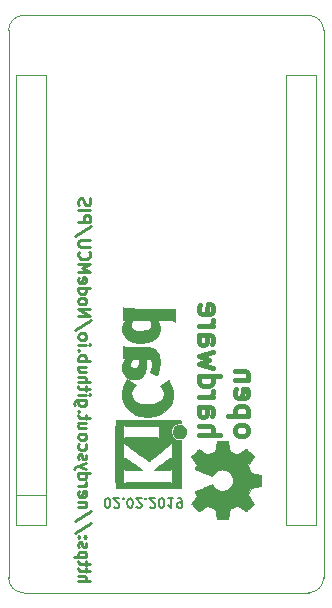
<source format=gbr>
%TF.GenerationSoftware,KiCad,Pcbnew,5.1.5+dfsg1-2~bpo10+1*%
%TF.CreationDate,Date%
%TF.ProjectId,PIS,5049532e-6b69-4636-9164-5f7063625858,rev?*%
%TF.SameCoordinates,Original*%
%TF.FileFunction,Legend,Bot*%
%TF.FilePolarity,Positive*%
%FSLAX45Y45*%
G04 Gerber Fmt 4.5, Leading zero omitted, Abs format (unit mm)*
G04 Created by KiCad*
%MOMM*%
%LPD*%
G04 APERTURE LIST*
%ADD10C,0.150000*%
%ADD11C,0.400000*%
%ADD12C,0.250000*%
%ADD13C,0.120000*%
%ADD14C,0.010000*%
%ADD15C,2.500000*%
%ADD16R,2.500000X2.500000*%
%ADD17C,1.800000*%
%ADD18O,2.100000X2.100000*%
%ADD19R,2.100000X2.100000*%
%ADD20O,1.400000X1.400000*%
%ADD21R,1.400000X1.400000*%
%ADD22O,1.800000X1.800000*%
%ADD23C,2.200000*%
%ADD24R,2.200000X2.200000*%
%ADD25R,1.450000X1.900000*%
%ADD26O,1.450000X1.900000*%
%ADD27O,2.000000X2.000000*%
%ADD28R,2.000000X2.000000*%
%ADD29C,2.400000*%
%ADD30R,2.400000X2.400000*%
%ADD31C,3.600000*%
%ADD32C,2.432000*%
%ADD33R,2.432000X2.432000*%
G04 APERTURE END LIST*
D10*
X643929Y19691D02*
X651548Y19691D01*
X659167Y23500D01*
X662976Y27310D01*
X666786Y34929D01*
X670595Y50167D01*
X670595Y69214D01*
X666786Y84452D01*
X662976Y92071D01*
X659167Y95881D01*
X651548Y99690D01*
X643929Y99690D01*
X636310Y95881D01*
X632500Y92071D01*
X628690Y84452D01*
X624881Y69214D01*
X624881Y50167D01*
X628690Y34929D01*
X632500Y27310D01*
X636310Y23500D01*
X643929Y19691D01*
X701071Y27310D02*
X704881Y23500D01*
X712500Y19691D01*
X731548Y19691D01*
X739167Y23500D01*
X742976Y27310D01*
X746786Y34929D01*
X746786Y42548D01*
X742976Y53976D01*
X697262Y99690D01*
X746786Y99690D01*
X781071Y92071D02*
X784881Y95881D01*
X781071Y99690D01*
X777262Y95881D01*
X781071Y92071D01*
X781071Y99690D01*
X834405Y19691D02*
X842024Y19691D01*
X849643Y23500D01*
X853452Y27310D01*
X857262Y34929D01*
X861071Y50167D01*
X861071Y69214D01*
X857262Y84452D01*
X853452Y92071D01*
X849643Y95881D01*
X842024Y99690D01*
X834405Y99690D01*
X826786Y95881D01*
X822976Y92071D01*
X819167Y84452D01*
X815357Y69214D01*
X815357Y50167D01*
X819167Y34929D01*
X822976Y27310D01*
X826786Y23500D01*
X834405Y19691D01*
X891548Y27310D02*
X895357Y23500D01*
X902976Y19691D01*
X922024Y19691D01*
X929643Y23500D01*
X933452Y27310D01*
X937262Y34929D01*
X937262Y42548D01*
X933452Y53976D01*
X887738Y99690D01*
X937262Y99690D01*
X971548Y92071D02*
X975357Y95881D01*
X971548Y99690D01*
X967738Y95881D01*
X971548Y92071D01*
X971548Y99690D01*
X1005833Y27310D02*
X1009643Y23500D01*
X1017262Y19691D01*
X1036309Y19691D01*
X1043928Y23500D01*
X1047738Y27310D01*
X1051548Y34929D01*
X1051548Y42548D01*
X1047738Y53976D01*
X1002024Y99690D01*
X1051548Y99690D01*
X1101071Y19691D02*
X1108690Y19691D01*
X1116310Y23500D01*
X1120119Y27310D01*
X1123929Y34929D01*
X1127738Y50167D01*
X1127738Y69214D01*
X1123929Y84452D01*
X1120119Y92071D01*
X1116310Y95881D01*
X1108690Y99690D01*
X1101071Y99690D01*
X1093452Y95881D01*
X1089643Y92071D01*
X1085833Y84452D01*
X1082024Y69214D01*
X1082024Y50167D01*
X1085833Y34929D01*
X1089643Y27310D01*
X1093452Y23500D01*
X1101071Y19691D01*
X1203929Y99690D02*
X1158214Y99690D01*
X1181071Y99690D02*
X1181071Y19691D01*
X1173452Y31119D01*
X1165833Y38738D01*
X1158214Y42548D01*
X1242024Y99690D02*
X1257262Y99690D01*
X1264881Y95881D01*
X1268690Y92071D01*
X1276310Y80643D01*
X1280119Y65405D01*
X1280119Y34929D01*
X1276310Y27310D01*
X1272500Y23500D01*
X1264881Y19691D01*
X1249643Y19691D01*
X1242024Y23500D01*
X1238214Y27310D01*
X1234405Y34929D01*
X1234405Y53976D01*
X1238214Y61595D01*
X1242024Y65405D01*
X1249643Y69214D01*
X1264881Y69214D01*
X1272500Y65405D01*
X1276310Y61595D01*
X1280119Y53976D01*
D11*
X1723083Y664167D02*
X1731417Y647500D01*
X1739750Y639167D01*
X1756417Y630833D01*
X1806417Y630833D01*
X1823083Y639167D01*
X1831417Y647500D01*
X1839750Y664167D01*
X1839750Y689167D01*
X1831417Y705833D01*
X1823083Y714167D01*
X1806417Y722500D01*
X1756417Y722500D01*
X1739750Y714167D01*
X1731417Y705833D01*
X1723083Y689167D01*
X1723083Y664167D01*
X1839750Y797500D02*
X1664750Y797500D01*
X1831417Y797500D02*
X1839750Y814167D01*
X1839750Y847500D01*
X1831417Y864167D01*
X1823083Y872500D01*
X1806417Y880833D01*
X1756417Y880833D01*
X1739750Y872500D01*
X1731417Y864167D01*
X1723083Y847500D01*
X1723083Y814167D01*
X1731417Y797500D01*
X1731417Y1022500D02*
X1723083Y1005833D01*
X1723083Y972500D01*
X1731417Y955833D01*
X1748083Y947500D01*
X1814750Y947500D01*
X1831417Y955833D01*
X1839750Y972500D01*
X1839750Y1005833D01*
X1831417Y1022500D01*
X1814750Y1030833D01*
X1798083Y1030833D01*
X1781417Y947500D01*
X1839750Y1105833D02*
X1723083Y1105833D01*
X1823083Y1105833D02*
X1831417Y1114167D01*
X1839750Y1130833D01*
X1839750Y1155833D01*
X1831417Y1172500D01*
X1814750Y1180833D01*
X1723083Y1180833D01*
X1420583Y639167D02*
X1595583Y639167D01*
X1420583Y714167D02*
X1512250Y714167D01*
X1528917Y705833D01*
X1537250Y689167D01*
X1537250Y664167D01*
X1528917Y647500D01*
X1520583Y639167D01*
X1420583Y872500D02*
X1512250Y872500D01*
X1528917Y864167D01*
X1537250Y847500D01*
X1537250Y814167D01*
X1528917Y797500D01*
X1428917Y872500D02*
X1420583Y855833D01*
X1420583Y814167D01*
X1428917Y797500D01*
X1445583Y789167D01*
X1462250Y789167D01*
X1478917Y797500D01*
X1487250Y814167D01*
X1487250Y855833D01*
X1495583Y872500D01*
X1420583Y955833D02*
X1537250Y955833D01*
X1503917Y955833D02*
X1520583Y964167D01*
X1528917Y972500D01*
X1537250Y989167D01*
X1537250Y1005833D01*
X1420583Y1139167D02*
X1595583Y1139167D01*
X1428917Y1139167D02*
X1420583Y1122500D01*
X1420583Y1089167D01*
X1428917Y1072500D01*
X1437250Y1064167D01*
X1453917Y1055833D01*
X1503917Y1055833D01*
X1520583Y1064167D01*
X1528917Y1072500D01*
X1537250Y1089167D01*
X1537250Y1122500D01*
X1528917Y1139167D01*
X1537250Y1205833D02*
X1420583Y1239167D01*
X1503917Y1272500D01*
X1420583Y1305833D01*
X1537250Y1339167D01*
X1420583Y1480833D02*
X1512250Y1480833D01*
X1528917Y1472500D01*
X1537250Y1455833D01*
X1537250Y1422500D01*
X1528917Y1405833D01*
X1428917Y1480833D02*
X1420583Y1464167D01*
X1420583Y1422500D01*
X1428917Y1405833D01*
X1445583Y1397500D01*
X1462250Y1397500D01*
X1478917Y1405833D01*
X1487250Y1422500D01*
X1487250Y1464167D01*
X1495583Y1480833D01*
X1420583Y1564167D02*
X1537250Y1564167D01*
X1503917Y1564167D02*
X1520583Y1572500D01*
X1528917Y1580833D01*
X1537250Y1597500D01*
X1537250Y1614167D01*
X1428917Y1739167D02*
X1420583Y1722500D01*
X1420583Y1689167D01*
X1428917Y1672500D01*
X1445583Y1664167D01*
X1512250Y1664167D01*
X1528917Y1672500D01*
X1537250Y1689167D01*
X1537250Y1722500D01*
X1528917Y1739167D01*
X1512250Y1747500D01*
X1495583Y1747500D01*
X1478917Y1664167D01*
D12*
X399262Y-603048D02*
X499262Y-603048D01*
X399262Y-560190D02*
X451643Y-560190D01*
X461167Y-564952D01*
X465928Y-574476D01*
X465928Y-588762D01*
X461167Y-598286D01*
X456405Y-603048D01*
X465928Y-526857D02*
X465928Y-488762D01*
X499262Y-512571D02*
X413548Y-512571D01*
X404024Y-507809D01*
X399262Y-498286D01*
X399262Y-488762D01*
X465928Y-469714D02*
X465928Y-431619D01*
X499262Y-455428D02*
X413548Y-455428D01*
X404024Y-450667D01*
X399262Y-441143D01*
X399262Y-431619D01*
X465928Y-398286D02*
X365928Y-398286D01*
X461167Y-398286D02*
X465928Y-388762D01*
X465928Y-369714D01*
X461167Y-360190D01*
X456405Y-355428D01*
X446881Y-350667D01*
X418309Y-350667D01*
X408786Y-355428D01*
X404024Y-360190D01*
X399262Y-369714D01*
X399262Y-388762D01*
X404024Y-398286D01*
X404024Y-312571D02*
X399262Y-303048D01*
X399262Y-284000D01*
X404024Y-274476D01*
X413548Y-269714D01*
X418309Y-269714D01*
X427833Y-274476D01*
X432595Y-284000D01*
X432595Y-298286D01*
X437357Y-307810D01*
X446881Y-312571D01*
X451643Y-312571D01*
X461167Y-307810D01*
X465928Y-298286D01*
X465928Y-284000D01*
X461167Y-274476D01*
X408786Y-226857D02*
X404024Y-222095D01*
X399262Y-226857D01*
X404024Y-231619D01*
X408786Y-226857D01*
X399262Y-226857D01*
X461167Y-226857D02*
X456405Y-222095D01*
X451643Y-226857D01*
X456405Y-231619D01*
X461167Y-226857D01*
X451643Y-226857D01*
X504024Y-107809D02*
X375452Y-193524D01*
X504024Y-3048D02*
X375452Y-88762D01*
X465928Y30286D02*
X399262Y30286D01*
X456405Y30286D02*
X461167Y35048D01*
X465928Y44571D01*
X465928Y58857D01*
X461167Y68381D01*
X451643Y73143D01*
X399262Y73143D01*
X404024Y158857D02*
X399262Y149333D01*
X399262Y130286D01*
X404024Y120762D01*
X413548Y116000D01*
X451643Y116000D01*
X461167Y120762D01*
X465928Y130286D01*
X465928Y149333D01*
X461167Y158857D01*
X451643Y163619D01*
X442119Y163619D01*
X432595Y116000D01*
X399262Y206476D02*
X465928Y206476D01*
X446881Y206476D02*
X456405Y211238D01*
X461167Y216000D01*
X465928Y225524D01*
X465928Y235048D01*
X399262Y311238D02*
X499262Y311238D01*
X404024Y311238D02*
X399262Y301714D01*
X399262Y282667D01*
X404024Y273143D01*
X408786Y268381D01*
X418309Y263619D01*
X446881Y263619D01*
X456405Y268381D01*
X461167Y273143D01*
X465928Y282667D01*
X465928Y301714D01*
X461167Y311238D01*
X465928Y349333D02*
X399262Y373143D01*
X465928Y396952D02*
X399262Y373143D01*
X375452Y363619D01*
X370690Y358857D01*
X365928Y349333D01*
X404024Y430286D02*
X399262Y439810D01*
X399262Y458857D01*
X404024Y468381D01*
X413548Y473143D01*
X418309Y473143D01*
X427833Y468381D01*
X432595Y458857D01*
X432595Y444571D01*
X437357Y435048D01*
X446881Y430286D01*
X451643Y430286D01*
X461167Y435048D01*
X465928Y444571D01*
X465928Y458857D01*
X461167Y468381D01*
X404024Y558857D02*
X399262Y549333D01*
X399262Y530286D01*
X404024Y520762D01*
X408786Y516000D01*
X418309Y511238D01*
X446881Y511238D01*
X456405Y516000D01*
X461167Y520762D01*
X465928Y530286D01*
X465928Y549333D01*
X461167Y558857D01*
X399262Y616000D02*
X404024Y606476D01*
X408786Y601714D01*
X418309Y596952D01*
X446881Y596952D01*
X456405Y601714D01*
X461167Y606476D01*
X465928Y616000D01*
X465928Y630286D01*
X461167Y639810D01*
X456405Y644572D01*
X446881Y649333D01*
X418309Y649333D01*
X408786Y644572D01*
X404024Y639810D01*
X399262Y630286D01*
X399262Y616000D01*
X465928Y735048D02*
X399262Y735048D01*
X465928Y692191D02*
X413548Y692191D01*
X404024Y696952D01*
X399262Y706476D01*
X399262Y720762D01*
X404024Y730286D01*
X408786Y735048D01*
X465928Y768381D02*
X465928Y806476D01*
X499262Y782667D02*
X413548Y782667D01*
X404024Y787429D01*
X399262Y796952D01*
X399262Y806476D01*
X408786Y839810D02*
X404024Y844571D01*
X399262Y839810D01*
X404024Y835048D01*
X408786Y839810D01*
X399262Y839810D01*
X465928Y930286D02*
X384976Y930286D01*
X375452Y925524D01*
X370690Y920762D01*
X365928Y911238D01*
X365928Y896952D01*
X370690Y887429D01*
X404024Y930286D02*
X399262Y920762D01*
X399262Y901714D01*
X404024Y892190D01*
X408786Y887429D01*
X418309Y882667D01*
X446881Y882667D01*
X456405Y887429D01*
X461167Y892190D01*
X465928Y901714D01*
X465928Y920762D01*
X461167Y930286D01*
X399262Y977905D02*
X465928Y977905D01*
X499262Y977905D02*
X494500Y973143D01*
X489738Y977905D01*
X494500Y982667D01*
X499262Y977905D01*
X489738Y977905D01*
X465928Y1011238D02*
X465928Y1049333D01*
X499262Y1025524D02*
X413548Y1025524D01*
X404024Y1030286D01*
X399262Y1039810D01*
X399262Y1049333D01*
X399262Y1082667D02*
X499262Y1082667D01*
X399262Y1125524D02*
X451643Y1125524D01*
X461167Y1120762D01*
X465928Y1111238D01*
X465928Y1096952D01*
X461167Y1087429D01*
X456405Y1082667D01*
X465928Y1216000D02*
X399262Y1216000D01*
X465928Y1173143D02*
X413548Y1173143D01*
X404024Y1177905D01*
X399262Y1187429D01*
X399262Y1201714D01*
X404024Y1211238D01*
X408786Y1216000D01*
X399262Y1263619D02*
X499262Y1263619D01*
X461167Y1263619D02*
X465928Y1273143D01*
X465928Y1292191D01*
X461167Y1301714D01*
X456405Y1306476D01*
X446881Y1311238D01*
X418309Y1311238D01*
X408786Y1306476D01*
X404024Y1301714D01*
X399262Y1292191D01*
X399262Y1273143D01*
X404024Y1263619D01*
X408786Y1354095D02*
X404024Y1358857D01*
X399262Y1354095D01*
X404024Y1349333D01*
X408786Y1354095D01*
X399262Y1354095D01*
X399262Y1401714D02*
X465928Y1401714D01*
X499262Y1401714D02*
X494500Y1396952D01*
X489738Y1401714D01*
X494500Y1406476D01*
X499262Y1401714D01*
X489738Y1401714D01*
X399262Y1463619D02*
X404024Y1454095D01*
X408786Y1449333D01*
X418309Y1444571D01*
X446881Y1444571D01*
X456405Y1449333D01*
X461167Y1454095D01*
X465928Y1463619D01*
X465928Y1477905D01*
X461167Y1487429D01*
X456405Y1492190D01*
X446881Y1496952D01*
X418309Y1496952D01*
X408786Y1492190D01*
X404024Y1487429D01*
X399262Y1477905D01*
X399262Y1463619D01*
X504024Y1611238D02*
X375452Y1525524D01*
X399262Y1644571D02*
X499262Y1644571D01*
X399262Y1701714D01*
X499262Y1701714D01*
X399262Y1763619D02*
X404024Y1754095D01*
X408786Y1749333D01*
X418309Y1744571D01*
X446881Y1744571D01*
X456405Y1749333D01*
X461167Y1754095D01*
X465928Y1763619D01*
X465928Y1777905D01*
X461167Y1787429D01*
X456405Y1792190D01*
X446881Y1796952D01*
X418309Y1796952D01*
X408786Y1792190D01*
X404024Y1787429D01*
X399262Y1777905D01*
X399262Y1763619D01*
X399262Y1882667D02*
X499262Y1882667D01*
X404024Y1882667D02*
X399262Y1873143D01*
X399262Y1854095D01*
X404024Y1844571D01*
X408786Y1839810D01*
X418309Y1835048D01*
X446881Y1835048D01*
X456405Y1839810D01*
X461167Y1844571D01*
X465928Y1854095D01*
X465928Y1873143D01*
X461167Y1882667D01*
X404024Y1968381D02*
X399262Y1958857D01*
X399262Y1939810D01*
X404024Y1930286D01*
X413548Y1925524D01*
X451643Y1925524D01*
X461167Y1930286D01*
X465928Y1939810D01*
X465928Y1958857D01*
X461167Y1968381D01*
X451643Y1973143D01*
X442119Y1973143D01*
X432595Y1925524D01*
X399262Y2016000D02*
X499262Y2016000D01*
X427833Y2049333D01*
X499262Y2082667D01*
X399262Y2082667D01*
X408786Y2187429D02*
X404024Y2182667D01*
X399262Y2168381D01*
X399262Y2158857D01*
X404024Y2144572D01*
X413548Y2135048D01*
X423071Y2130286D01*
X442119Y2125524D01*
X456405Y2125524D01*
X475452Y2130286D01*
X484976Y2135048D01*
X494500Y2144572D01*
X499262Y2158857D01*
X499262Y2168381D01*
X494500Y2182667D01*
X489738Y2187429D01*
X499262Y2230286D02*
X418309Y2230286D01*
X408786Y2235048D01*
X404024Y2239810D01*
X399262Y2249333D01*
X399262Y2268381D01*
X404024Y2277905D01*
X408786Y2282667D01*
X418309Y2287429D01*
X499262Y2287429D01*
X504024Y2406476D02*
X375452Y2320762D01*
X399262Y2439810D02*
X499262Y2439810D01*
X499262Y2477905D01*
X494500Y2487429D01*
X489738Y2492191D01*
X480214Y2496952D01*
X465928Y2496952D01*
X456405Y2492191D01*
X451643Y2487429D01*
X446881Y2477905D01*
X446881Y2439810D01*
X399262Y2539810D02*
X499262Y2539810D01*
X404024Y2582667D02*
X399262Y2596952D01*
X399262Y2620762D01*
X404024Y2630286D01*
X408786Y2635048D01*
X418309Y2639810D01*
X427833Y2639810D01*
X437357Y2635048D01*
X442119Y2630286D01*
X446881Y2620762D01*
X451643Y2601714D01*
X456405Y2592191D01*
X461167Y2587429D01*
X470690Y2582667D01*
X480214Y2582667D01*
X489738Y2587429D01*
X494500Y2592191D01*
X499262Y2601714D01*
X499262Y2625524D01*
X494500Y2639810D01*
D13*
X-190500Y4063511D02*
G75*
G02X-63500Y4190511I127000J0D01*
G01*
X2476500Y-571500D02*
G75*
G02X2349500Y-698500I-127000J0D01*
G01*
X2349500Y4190511D02*
G75*
G02X2476500Y4063511I0J-127000D01*
G01*
X-63500Y-698989D02*
G75*
G02X-190500Y-571989I0J127000D01*
G01*
X2476500Y-571500D02*
X2476500Y4064000D01*
X-63500Y-698500D02*
X2349500Y-698500D01*
X-190500Y4064000D02*
X-190500Y-571500D01*
X2349500Y4190511D02*
X-63500Y4190511D01*
D14*
G36*
X1312351Y679892D02*
G01*
X1308776Y690203D01*
X1303149Y699802D01*
X1295471Y708375D01*
X1285743Y715607D01*
X1279611Y718855D01*
X1271034Y721667D01*
X1261132Y723029D01*
X1250953Y722879D01*
X1241729Y721203D01*
X1230457Y716624D01*
X1220679Y709983D01*
X1212589Y701619D01*
X1206377Y691869D01*
X1202237Y681070D01*
X1200360Y669560D01*
X1200940Y657677D01*
X1202179Y651819D01*
X1206620Y640403D01*
X1213397Y630264D01*
X1222300Y621646D01*
X1233121Y614793D01*
X1234303Y614214D01*
X1238737Y612210D01*
X1242472Y610951D01*
X1246412Y610268D01*
X1251462Y609990D01*
X1256957Y609943D01*
X1263559Y610020D01*
X1268331Y610365D01*
X1272190Y611152D01*
X1276049Y612556D01*
X1279857Y614288D01*
X1290667Y620750D01*
X1299420Y628707D01*
X1306116Y637844D01*
X1310756Y647846D01*
X1313342Y658399D01*
X1313873Y669186D01*
X1312351Y679892D01*
G37*
X1312351Y679892D02*
X1308776Y690203D01*
X1303149Y699802D01*
X1295471Y708375D01*
X1285743Y715607D01*
X1279611Y718855D01*
X1271034Y721667D01*
X1261132Y723029D01*
X1250953Y722879D01*
X1241729Y721203D01*
X1230457Y716624D01*
X1220679Y709983D01*
X1212589Y701619D01*
X1206377Y691869D01*
X1202237Y681070D01*
X1200360Y669560D01*
X1200940Y657677D01*
X1202179Y651819D01*
X1206620Y640403D01*
X1213397Y630264D01*
X1222300Y621646D01*
X1233121Y614793D01*
X1234303Y614214D01*
X1238737Y612210D01*
X1242472Y610951D01*
X1246412Y610268D01*
X1251462Y609990D01*
X1256957Y609943D01*
X1263559Y610020D01*
X1268331Y610365D01*
X1272190Y611152D01*
X1276049Y612556D01*
X1279857Y614288D01*
X1290667Y620750D01*
X1299420Y628707D01*
X1306116Y637844D01*
X1310756Y647846D01*
X1313342Y658399D01*
X1313873Y669186D01*
X1312351Y679892D01*
G36*
X1220318Y1636727D02*
G01*
X1220270Y1648404D01*
X1220246Y1652373D01*
X1219887Y1706949D01*
X1010508Y1707635D01*
X982116Y1707726D01*
X956336Y1707806D01*
X933035Y1707881D01*
X912081Y1707957D01*
X893338Y1708037D01*
X876675Y1708128D01*
X861957Y1708235D01*
X849052Y1708362D01*
X837826Y1708516D01*
X828146Y1708700D01*
X819877Y1708920D01*
X812888Y1709182D01*
X807044Y1709491D01*
X802213Y1709851D01*
X798260Y1710268D01*
X795053Y1710747D01*
X792458Y1711293D01*
X790341Y1711912D01*
X788570Y1712608D01*
X787011Y1713387D01*
X785531Y1714254D01*
X783996Y1715213D01*
X782272Y1716271D01*
X781905Y1716488D01*
X775697Y1720127D01*
X776057Y1667543D01*
X776416Y1614959D01*
X787967Y1614273D01*
X793510Y1613899D01*
X796715Y1613510D01*
X797986Y1612981D01*
X797730Y1612190D01*
X796998Y1611527D01*
X794329Y1608637D01*
X790898Y1603928D01*
X787115Y1598062D01*
X783391Y1591703D01*
X780135Y1585515D01*
X777992Y1580763D01*
X774472Y1569632D01*
X771978Y1556860D01*
X770606Y1543390D01*
X770451Y1530166D01*
X771609Y1518131D01*
X771643Y1517933D01*
X775775Y1501464D01*
X782359Y1486048D01*
X791253Y1471833D01*
X802315Y1458967D01*
X815404Y1447601D01*
X830378Y1437881D01*
X847097Y1429957D01*
X859481Y1425643D01*
X869842Y1422798D01*
X879875Y1420688D01*
X890189Y1419249D01*
X901394Y1418416D01*
X914100Y1418124D01*
X924475Y1418253D01*
X924475Y1519565D01*
X907078Y1520044D01*
X892110Y1521557D01*
X879440Y1524148D01*
X868934Y1527866D01*
X860459Y1532756D01*
X853883Y1538866D01*
X849234Y1545918D01*
X847499Y1549587D01*
X846458Y1552770D01*
X845982Y1556318D01*
X845940Y1561084D01*
X846125Y1566219D01*
X847016Y1576317D01*
X848760Y1584303D01*
X849634Y1586813D01*
X852214Y1592545D01*
X855455Y1598590D01*
X857077Y1601230D01*
X861579Y1608095D01*
X1004302Y1608095D01*
X1008828Y1600543D01*
X1013943Y1590012D01*
X1016968Y1579252D01*
X1017920Y1568658D01*
X1016819Y1558622D01*
X1013682Y1549539D01*
X1008526Y1541801D01*
X1006051Y1539304D01*
X997942Y1533286D01*
X988127Y1528414D01*
X976436Y1524650D01*
X962701Y1521951D01*
X946756Y1520277D01*
X928430Y1519588D01*
X924475Y1519565D01*
X924475Y1418253D01*
X928793Y1418307D01*
X951395Y1419465D01*
X971781Y1421792D01*
X990249Y1425350D01*
X1007095Y1430201D01*
X1022617Y1436406D01*
X1027219Y1438620D01*
X1042226Y1447538D01*
X1055562Y1458316D01*
X1067012Y1470699D01*
X1076361Y1484434D01*
X1083393Y1499268D01*
X1086294Y1508160D01*
X1088016Y1516893D01*
X1089041Y1527401D01*
X1089368Y1538803D01*
X1088999Y1550218D01*
X1087934Y1560765D01*
X1086263Y1569233D01*
X1082986Y1579313D01*
X1078772Y1589082D01*
X1074048Y1597630D01*
X1070842Y1602179D01*
X1068458Y1605317D01*
X1067006Y1607514D01*
X1066800Y1608014D01*
X1068128Y1608169D01*
X1071934Y1608313D01*
X1077948Y1608444D01*
X1085903Y1608558D01*
X1095529Y1608652D01*
X1106558Y1608723D01*
X1118722Y1608767D01*
X1131112Y1608781D01*
X1146980Y1608773D01*
X1160359Y1608733D01*
X1171504Y1608639D01*
X1180671Y1608468D01*
X1188115Y1608196D01*
X1194093Y1607800D01*
X1198860Y1607257D01*
X1202673Y1606544D01*
X1205787Y1605638D01*
X1208458Y1604517D01*
X1210942Y1603156D01*
X1213496Y1601533D01*
X1213812Y1601324D01*
X1217119Y1599231D01*
X1219393Y1597967D01*
X1219873Y1597797D01*
X1220024Y1599122D01*
X1220147Y1602900D01*
X1220240Y1608842D01*
X1220301Y1616654D01*
X1220327Y1626046D01*
X1220318Y1636727D01*
G37*
X1220318Y1636727D02*
X1220270Y1648404D01*
X1220246Y1652373D01*
X1219887Y1706949D01*
X1010508Y1707635D01*
X982116Y1707726D01*
X956336Y1707806D01*
X933035Y1707881D01*
X912081Y1707957D01*
X893338Y1708037D01*
X876675Y1708128D01*
X861957Y1708235D01*
X849052Y1708362D01*
X837826Y1708516D01*
X828146Y1708700D01*
X819877Y1708920D01*
X812888Y1709182D01*
X807044Y1709491D01*
X802213Y1709851D01*
X798260Y1710268D01*
X795053Y1710747D01*
X792458Y1711293D01*
X790341Y1711912D01*
X788570Y1712608D01*
X787011Y1713387D01*
X785531Y1714254D01*
X783996Y1715213D01*
X782272Y1716271D01*
X781905Y1716488D01*
X775697Y1720127D01*
X776057Y1667543D01*
X776416Y1614959D01*
X787967Y1614273D01*
X793510Y1613899D01*
X796715Y1613510D01*
X797986Y1612981D01*
X797730Y1612190D01*
X796998Y1611527D01*
X794329Y1608637D01*
X790898Y1603928D01*
X787115Y1598062D01*
X783391Y1591703D01*
X780135Y1585515D01*
X777992Y1580763D01*
X774472Y1569632D01*
X771978Y1556860D01*
X770606Y1543390D01*
X770451Y1530166D01*
X771609Y1518131D01*
X771643Y1517933D01*
X775775Y1501464D01*
X782359Y1486048D01*
X791253Y1471833D01*
X802315Y1458967D01*
X815404Y1447601D01*
X830378Y1437881D01*
X847097Y1429957D01*
X859481Y1425643D01*
X869842Y1422798D01*
X879875Y1420688D01*
X890189Y1419249D01*
X901394Y1418416D01*
X914100Y1418124D01*
X924475Y1418253D01*
X924475Y1519565D01*
X907078Y1520044D01*
X892110Y1521557D01*
X879440Y1524148D01*
X868934Y1527866D01*
X860459Y1532756D01*
X853883Y1538866D01*
X849234Y1545918D01*
X847499Y1549587D01*
X846458Y1552770D01*
X845982Y1556318D01*
X845940Y1561084D01*
X846125Y1566219D01*
X847016Y1576317D01*
X848760Y1584303D01*
X849634Y1586813D01*
X852214Y1592545D01*
X855455Y1598590D01*
X857077Y1601230D01*
X861579Y1608095D01*
X1004302Y1608095D01*
X1008828Y1600543D01*
X1013943Y1590012D01*
X1016968Y1579252D01*
X1017920Y1568658D01*
X1016819Y1558622D01*
X1013682Y1549539D01*
X1008526Y1541801D01*
X1006051Y1539304D01*
X997942Y1533286D01*
X988127Y1528414D01*
X976436Y1524650D01*
X962701Y1521951D01*
X946756Y1520277D01*
X928430Y1519588D01*
X924475Y1519565D01*
X924475Y1418253D01*
X928793Y1418307D01*
X951395Y1419465D01*
X971781Y1421792D01*
X990249Y1425350D01*
X1007095Y1430201D01*
X1022617Y1436406D01*
X1027219Y1438620D01*
X1042226Y1447538D01*
X1055562Y1458316D01*
X1067012Y1470699D01*
X1076361Y1484434D01*
X1083393Y1499268D01*
X1086294Y1508160D01*
X1088016Y1516893D01*
X1089041Y1527401D01*
X1089368Y1538803D01*
X1088999Y1550218D01*
X1087934Y1560765D01*
X1086263Y1569233D01*
X1082986Y1579313D01*
X1078772Y1589082D01*
X1074048Y1597630D01*
X1070842Y1602179D01*
X1068458Y1605317D01*
X1067006Y1607514D01*
X1066800Y1608014D01*
X1068128Y1608169D01*
X1071934Y1608313D01*
X1077948Y1608444D01*
X1085903Y1608558D01*
X1095529Y1608652D01*
X1106558Y1608723D01*
X1118722Y1608767D01*
X1131112Y1608781D01*
X1146980Y1608773D01*
X1160359Y1608733D01*
X1171504Y1608639D01*
X1180671Y1608468D01*
X1188115Y1608196D01*
X1194093Y1607800D01*
X1198860Y1607257D01*
X1202673Y1606544D01*
X1205787Y1605638D01*
X1208458Y1604517D01*
X1210942Y1603156D01*
X1213496Y1601533D01*
X1213812Y1601324D01*
X1217119Y1599231D01*
X1219393Y1597967D01*
X1219873Y1597797D01*
X1220024Y1599122D01*
X1220147Y1602900D01*
X1220240Y1608842D01*
X1220301Y1616654D01*
X1220327Y1626046D01*
X1220318Y1636727D01*
G36*
X1089577Y1269251D02*
G01*
X1089062Y1276053D01*
X1086473Y1295516D01*
X1082343Y1312753D01*
X1076615Y1327847D01*
X1069233Y1340883D01*
X1060139Y1351943D01*
X1049278Y1361114D01*
X1036591Y1368477D01*
X1022865Y1373854D01*
X1018486Y1375219D01*
X1014386Y1376407D01*
X1010343Y1377433D01*
X1006137Y1378311D01*
X1001547Y1379055D01*
X996352Y1379678D01*
X990331Y1380195D01*
X983265Y1380620D01*
X974931Y1380966D01*
X965109Y1381248D01*
X953579Y1381480D01*
X940120Y1381676D01*
X924511Y1381849D01*
X906530Y1382014D01*
X892432Y1382132D01*
X795638Y1382927D01*
X786323Y1388076D01*
X781835Y1390514D01*
X778350Y1392328D01*
X776495Y1393194D01*
X776369Y1393224D01*
X776225Y1391901D01*
X776093Y1388133D01*
X775975Y1382218D01*
X775876Y1374459D01*
X775800Y1365154D01*
X775750Y1354604D01*
X775730Y1343108D01*
X775730Y1341738D01*
X775730Y1290251D01*
X787400Y1290251D01*
X792674Y1290164D01*
X796707Y1289929D01*
X798870Y1289592D01*
X799070Y1289443D01*
X798232Y1288080D01*
X796031Y1285276D01*
X792940Y1281630D01*
X792868Y1281549D01*
X787916Y1274896D01*
X782942Y1266495D01*
X778437Y1257294D01*
X774889Y1248242D01*
X773676Y1244257D01*
X772136Y1236326D01*
X771153Y1226594D01*
X770742Y1215952D01*
X770916Y1205291D01*
X771689Y1195502D01*
X772802Y1188651D01*
X777735Y1171852D01*
X784766Y1156728D01*
X793807Y1143378D01*
X804770Y1131901D01*
X817570Y1122394D01*
X832118Y1114956D01*
X840946Y1111747D01*
X849526Y1109737D01*
X859826Y1108404D01*
X870897Y1107787D01*
X872507Y1107807D01*
X872507Y1200665D01*
X864282Y1201435D01*
X857445Y1203999D01*
X851103Y1208738D01*
X849243Y1210558D01*
X844215Y1217028D01*
X840994Y1224507D01*
X839435Y1233466D01*
X839320Y1242901D01*
X840078Y1251850D01*
X841561Y1258702D01*
X842675Y1261678D01*
X845710Y1267041D01*
X849978Y1272724D01*
X854768Y1277908D01*
X859370Y1281778D01*
X861058Y1282805D01*
X863422Y1283604D01*
X867183Y1284172D01*
X872701Y1284536D01*
X880336Y1284721D01*
X887602Y1284759D01*
X896073Y1284734D01*
X902198Y1284629D01*
X906377Y1284405D01*
X909010Y1284021D01*
X910496Y1283437D01*
X911236Y1282612D01*
X911354Y1282357D01*
X911717Y1280140D01*
X912013Y1275768D01*
X912217Y1269831D01*
X912302Y1262920D01*
X912302Y1261419D01*
X912154Y1252181D01*
X911716Y1245043D01*
X910926Y1239372D01*
X909773Y1234687D01*
X905378Y1223067D01*
X899976Y1213954D01*
X893478Y1207271D01*
X885799Y1202937D01*
X876853Y1200873D01*
X872507Y1200665D01*
X872507Y1107807D01*
X881787Y1107924D01*
X891546Y1108853D01*
X895489Y1109578D01*
X910130Y1114204D01*
X923600Y1121238D01*
X935772Y1130548D01*
X946515Y1142001D01*
X955701Y1155464D01*
X963200Y1170804D01*
X967754Y1183846D01*
X970147Y1192562D01*
X972006Y1200900D01*
X973392Y1209398D01*
X974365Y1218597D01*
X974986Y1229036D01*
X975315Y1241257D01*
X975408Y1252306D01*
X975497Y1285068D01*
X985345Y1284440D01*
X996030Y1282658D01*
X1005215Y1278867D01*
X1012669Y1273228D01*
X1018164Y1265903D01*
X1020845Y1259454D01*
X1022535Y1250212D01*
X1022777Y1239211D01*
X1021662Y1226966D01*
X1019279Y1213991D01*
X1015717Y1200804D01*
X1011066Y1187920D01*
X1006812Y1178557D01*
X1004627Y1174052D01*
X1003102Y1170616D01*
X1002506Y1168868D01*
X1002525Y1168773D01*
X1003859Y1168170D01*
X1007393Y1166665D01*
X1012790Y1164398D01*
X1019710Y1161512D01*
X1027816Y1158148D01*
X1036088Y1154728D01*
X1069220Y1141059D01*
X1070817Y1150782D01*
X1071618Y1154996D01*
X1072964Y1161332D01*
X1074732Y1169246D01*
X1076800Y1178195D01*
X1079047Y1187637D01*
X1079960Y1191397D01*
X1083733Y1207664D01*
X1086561Y1221905D01*
X1088503Y1234653D01*
X1089615Y1246438D01*
X1089954Y1257794D01*
X1089577Y1269251D01*
G37*
X1089577Y1269251D02*
X1089062Y1276053D01*
X1086473Y1295516D01*
X1082343Y1312753D01*
X1076615Y1327847D01*
X1069233Y1340883D01*
X1060139Y1351943D01*
X1049278Y1361114D01*
X1036591Y1368477D01*
X1022865Y1373854D01*
X1018486Y1375219D01*
X1014386Y1376407D01*
X1010343Y1377433D01*
X1006137Y1378311D01*
X1001547Y1379055D01*
X996352Y1379678D01*
X990331Y1380195D01*
X983265Y1380620D01*
X974931Y1380966D01*
X965109Y1381248D01*
X953579Y1381480D01*
X940120Y1381676D01*
X924511Y1381849D01*
X906530Y1382014D01*
X892432Y1382132D01*
X795638Y1382927D01*
X786323Y1388076D01*
X781835Y1390514D01*
X778350Y1392328D01*
X776495Y1393194D01*
X776369Y1393224D01*
X776225Y1391901D01*
X776093Y1388133D01*
X775975Y1382218D01*
X775876Y1374459D01*
X775800Y1365154D01*
X775750Y1354604D01*
X775730Y1343108D01*
X775730Y1341738D01*
X775730Y1290251D01*
X787400Y1290251D01*
X792674Y1290164D01*
X796707Y1289929D01*
X798870Y1289592D01*
X799070Y1289443D01*
X798232Y1288080D01*
X796031Y1285276D01*
X792940Y1281630D01*
X792868Y1281549D01*
X787916Y1274896D01*
X782942Y1266495D01*
X778437Y1257294D01*
X774889Y1248242D01*
X773676Y1244257D01*
X772136Y1236326D01*
X771153Y1226594D01*
X770742Y1215952D01*
X770916Y1205291D01*
X771689Y1195502D01*
X772802Y1188651D01*
X777735Y1171852D01*
X784766Y1156728D01*
X793807Y1143378D01*
X804770Y1131901D01*
X817570Y1122394D01*
X832118Y1114956D01*
X840946Y1111747D01*
X849526Y1109737D01*
X859826Y1108404D01*
X870897Y1107787D01*
X872507Y1107807D01*
X872507Y1200665D01*
X864282Y1201435D01*
X857445Y1203999D01*
X851103Y1208738D01*
X849243Y1210558D01*
X844215Y1217028D01*
X840994Y1224507D01*
X839435Y1233466D01*
X839320Y1242901D01*
X840078Y1251850D01*
X841561Y1258702D01*
X842675Y1261678D01*
X845710Y1267041D01*
X849978Y1272724D01*
X854768Y1277908D01*
X859370Y1281778D01*
X861058Y1282805D01*
X863422Y1283604D01*
X867183Y1284172D01*
X872701Y1284536D01*
X880336Y1284721D01*
X887602Y1284759D01*
X896073Y1284734D01*
X902198Y1284629D01*
X906377Y1284405D01*
X909010Y1284021D01*
X910496Y1283437D01*
X911236Y1282612D01*
X911354Y1282357D01*
X911717Y1280140D01*
X912013Y1275768D01*
X912217Y1269831D01*
X912302Y1262920D01*
X912302Y1261419D01*
X912154Y1252181D01*
X911716Y1245043D01*
X910926Y1239372D01*
X909773Y1234687D01*
X905378Y1223067D01*
X899976Y1213954D01*
X893478Y1207271D01*
X885799Y1202937D01*
X876853Y1200873D01*
X872507Y1200665D01*
X872507Y1107807D01*
X881787Y1107924D01*
X891546Y1108853D01*
X895489Y1109578D01*
X910130Y1114204D01*
X923600Y1121238D01*
X935772Y1130548D01*
X946515Y1142001D01*
X955701Y1155464D01*
X963200Y1170804D01*
X967754Y1183846D01*
X970147Y1192562D01*
X972006Y1200900D01*
X973392Y1209398D01*
X974365Y1218597D01*
X974986Y1229036D01*
X975315Y1241257D01*
X975408Y1252306D01*
X975497Y1285068D01*
X985345Y1284440D01*
X996030Y1282658D01*
X1005215Y1278867D01*
X1012669Y1273228D01*
X1018164Y1265903D01*
X1020845Y1259454D01*
X1022535Y1250212D01*
X1022777Y1239211D01*
X1021662Y1226966D01*
X1019279Y1213991D01*
X1015717Y1200804D01*
X1011066Y1187920D01*
X1006812Y1178557D01*
X1004627Y1174052D01*
X1003102Y1170616D01*
X1002506Y1168868D01*
X1002525Y1168773D01*
X1003859Y1168170D01*
X1007393Y1166665D01*
X1012790Y1164398D01*
X1019710Y1161512D01*
X1027816Y1158148D01*
X1036088Y1154728D01*
X1069220Y1141059D01*
X1070817Y1150782D01*
X1071618Y1154996D01*
X1072964Y1161332D01*
X1074732Y1169246D01*
X1076800Y1178195D01*
X1079047Y1187637D01*
X1079960Y1191397D01*
X1083733Y1207664D01*
X1086561Y1221905D01*
X1088503Y1234653D01*
X1089615Y1246438D01*
X1089954Y1257794D01*
X1089577Y1269251D01*
G36*
X1199950Y996496D02*
G01*
X1198329Y1011301D01*
X1195428Y1025645D01*
X1191096Y1040111D01*
X1185180Y1055282D01*
X1177530Y1071743D01*
X1176048Y1074707D01*
X1172697Y1081510D01*
X1169679Y1087926D01*
X1167283Y1093322D01*
X1165798Y1097064D01*
X1165611Y1097639D01*
X1163960Y1103149D01*
X1128080Y1078485D01*
X1119311Y1072455D01*
X1111299Y1066942D01*
X1104316Y1062134D01*
X1098635Y1058217D01*
X1094528Y1055379D01*
X1092265Y1053809D01*
X1091907Y1053554D01*
X1092656Y1052517D01*
X1094908Y1049966D01*
X1098254Y1046356D01*
X1100145Y1044364D01*
X1109122Y1033077D01*
X1115944Y1020401D01*
X1119681Y1009478D01*
X1120854Y1002921D01*
X1121569Y994712D01*
X1121813Y985814D01*
X1121571Y977196D01*
X1120832Y969820D01*
X1120265Y966878D01*
X1115702Y953613D01*
X1108734Y941661D01*
X1099374Y931028D01*
X1087635Y921725D01*
X1073530Y913760D01*
X1057071Y907143D01*
X1038272Y901881D01*
X1022178Y898753D01*
X1015074Y897937D01*
X1005895Y897381D01*
X995303Y897080D01*
X983957Y897028D01*
X972515Y897220D01*
X961638Y897650D01*
X951986Y898314D01*
X944217Y899205D01*
X943018Y899398D01*
X923711Y903650D01*
X906623Y909443D01*
X891678Y916813D01*
X878799Y925795D01*
X871836Y932171D01*
X862383Y943629D01*
X855375Y956194D01*
X850852Y969656D01*
X848852Y983801D01*
X849411Y998418D01*
X852570Y1013295D01*
X855661Y1022091D01*
X861849Y1034263D01*
X870727Y1046808D01*
X876731Y1053835D01*
X880205Y1057781D01*
X882755Y1060881D01*
X883983Y1062646D01*
X884020Y1062865D01*
X882765Y1063652D01*
X879448Y1065693D01*
X874354Y1068813D01*
X867767Y1072839D01*
X859971Y1077596D01*
X851251Y1082910D01*
X846393Y1085869D01*
X809278Y1108465D01*
X795336Y1080253D01*
X790328Y1070052D01*
X786379Y1061789D01*
X783293Y1054958D01*
X780873Y1049054D01*
X778924Y1043571D01*
X777250Y1038006D01*
X775653Y1031852D01*
X774252Y1025954D01*
X773167Y1020711D01*
X772347Y1015229D01*
X771747Y1008957D01*
X771321Y1001348D01*
X771023Y991852D01*
X770895Y985451D01*
X770807Y976319D01*
X770851Y967563D01*
X771015Y959761D01*
X771285Y953494D01*
X771649Y949341D01*
X771686Y949095D01*
X776351Y927530D01*
X783427Y907279D01*
X792909Y888349D01*
X804791Y870748D01*
X819070Y854482D01*
X835741Y839558D01*
X850557Y828750D01*
X869950Y817243D01*
X890430Y807942D01*
X912162Y800801D01*
X935309Y795776D01*
X960036Y792820D01*
X985144Y791889D01*
X1009433Y792655D01*
X1031843Y795061D01*
X1052752Y799185D01*
X1072539Y805103D01*
X1091580Y812890D01*
X1093553Y813820D01*
X1111994Y824065D01*
X1129542Y836647D01*
X1145835Y851211D01*
X1160509Y867400D01*
X1173200Y884858D01*
X1182510Y901124D01*
X1189801Y917557D01*
X1195083Y934025D01*
X1198499Y951165D01*
X1200192Y969615D01*
X1200442Y980646D01*
X1199950Y996496D01*
G37*
X1199950Y996496D02*
X1198329Y1011301D01*
X1195428Y1025645D01*
X1191096Y1040111D01*
X1185180Y1055282D01*
X1177530Y1071743D01*
X1176048Y1074707D01*
X1172697Y1081510D01*
X1169679Y1087926D01*
X1167283Y1093322D01*
X1165798Y1097064D01*
X1165611Y1097639D01*
X1163960Y1103149D01*
X1128080Y1078485D01*
X1119311Y1072455D01*
X1111299Y1066942D01*
X1104316Y1062134D01*
X1098635Y1058217D01*
X1094528Y1055379D01*
X1092265Y1053809D01*
X1091907Y1053554D01*
X1092656Y1052517D01*
X1094908Y1049966D01*
X1098254Y1046356D01*
X1100145Y1044364D01*
X1109122Y1033077D01*
X1115944Y1020401D01*
X1119681Y1009478D01*
X1120854Y1002921D01*
X1121569Y994712D01*
X1121813Y985814D01*
X1121571Y977196D01*
X1120832Y969820D01*
X1120265Y966878D01*
X1115702Y953613D01*
X1108734Y941661D01*
X1099374Y931028D01*
X1087635Y921725D01*
X1073530Y913760D01*
X1057071Y907143D01*
X1038272Y901881D01*
X1022178Y898753D01*
X1015074Y897937D01*
X1005895Y897381D01*
X995303Y897080D01*
X983957Y897028D01*
X972515Y897220D01*
X961638Y897650D01*
X951986Y898314D01*
X944217Y899205D01*
X943018Y899398D01*
X923711Y903650D01*
X906623Y909443D01*
X891678Y916813D01*
X878799Y925795D01*
X871836Y932171D01*
X862383Y943629D01*
X855375Y956194D01*
X850852Y969656D01*
X848852Y983801D01*
X849411Y998418D01*
X852570Y1013295D01*
X855661Y1022091D01*
X861849Y1034263D01*
X870727Y1046808D01*
X876731Y1053835D01*
X880205Y1057781D01*
X882755Y1060881D01*
X883983Y1062646D01*
X884020Y1062865D01*
X882765Y1063652D01*
X879448Y1065693D01*
X874354Y1068813D01*
X867767Y1072839D01*
X859971Y1077596D01*
X851251Y1082910D01*
X846393Y1085869D01*
X809278Y1108465D01*
X795336Y1080253D01*
X790328Y1070052D01*
X786379Y1061789D01*
X783293Y1054958D01*
X780873Y1049054D01*
X778924Y1043571D01*
X777250Y1038006D01*
X775653Y1031852D01*
X774252Y1025954D01*
X773167Y1020711D01*
X772347Y1015229D01*
X771747Y1008957D01*
X771321Y1001348D01*
X771023Y991852D01*
X770895Y985451D01*
X770807Y976319D01*
X770851Y967563D01*
X771015Y959761D01*
X771285Y953494D01*
X771649Y949341D01*
X771686Y949095D01*
X776351Y927530D01*
X783427Y907279D01*
X792909Y888349D01*
X804791Y870748D01*
X819070Y854482D01*
X835741Y839558D01*
X850557Y828750D01*
X869950Y817243D01*
X890430Y807942D01*
X912162Y800801D01*
X935309Y795776D01*
X960036Y792820D01*
X985144Y791889D01*
X1009433Y792655D01*
X1031843Y795061D01*
X1052752Y799185D01*
X1072539Y805103D01*
X1091580Y812890D01*
X1093553Y813820D01*
X1111994Y824065D01*
X1129542Y836647D01*
X1145835Y851211D01*
X1160509Y867400D01*
X1173200Y884858D01*
X1182510Y901124D01*
X1189801Y917557D01*
X1195083Y934025D01*
X1198499Y951165D01*
X1200192Y969615D01*
X1200442Y980646D01*
X1199950Y996496D01*
G36*
X1268631Y356926D02*
G01*
X1268628Y383378D01*
X1268627Y395691D01*
X1268627Y592781D01*
X1257009Y592781D01*
X1242871Y594021D01*
X1229832Y597764D01*
X1217814Y604042D01*
X1206740Y612891D01*
X1203749Y615884D01*
X1195265Y626653D01*
X1189078Y638528D01*
X1185184Y651154D01*
X1183581Y664180D01*
X1184266Y677254D01*
X1187236Y690021D01*
X1192488Y702130D01*
X1200020Y713229D01*
X1204564Y718213D01*
X1215705Y727502D01*
X1227957Y734313D01*
X1241179Y738587D01*
X1255231Y740265D01*
X1256613Y740288D01*
X1268627Y740376D01*
X1268627Y745656D01*
X1267991Y750340D01*
X1266444Y754618D01*
X1266285Y754901D01*
X1265783Y755867D01*
X1265393Y756755D01*
X1264999Y757566D01*
X1264489Y758306D01*
X1263749Y758975D01*
X1262665Y759579D01*
X1261123Y760120D01*
X1259009Y760601D01*
X1256210Y761025D01*
X1252612Y761397D01*
X1248101Y761718D01*
X1242564Y761992D01*
X1235886Y762223D01*
X1227955Y762413D01*
X1218655Y762566D01*
X1207874Y762685D01*
X1195498Y762773D01*
X1181413Y762833D01*
X1165505Y762869D01*
X1147661Y762883D01*
X1127766Y762880D01*
X1105707Y762862D01*
X1081371Y762832D01*
X1054643Y762794D01*
X1025410Y762751D01*
X993558Y762705D01*
X989677Y762700D01*
X957622Y762660D01*
X928199Y762625D01*
X901294Y762593D01*
X876795Y762560D01*
X854586Y762522D01*
X834555Y762476D01*
X816588Y762417D01*
X800571Y762343D01*
X786390Y762249D01*
X773932Y762133D01*
X763083Y761989D01*
X753729Y761816D01*
X745757Y761608D01*
X739053Y761362D01*
X733503Y761076D01*
X728993Y760744D01*
X725410Y760364D01*
X722641Y759931D01*
X720571Y759442D01*
X719086Y758894D01*
X718074Y758283D01*
X717420Y757605D01*
X717011Y756856D01*
X716732Y756033D01*
X716471Y755133D01*
X716114Y754150D01*
X716005Y753911D01*
X715760Y753156D01*
X715536Y751894D01*
X715330Y750014D01*
X715143Y747405D01*
X714973Y743958D01*
X714820Y739561D01*
X714682Y734106D01*
X714560Y727481D01*
X714452Y719577D01*
X714357Y710284D01*
X714275Y699490D01*
X714205Y687086D01*
X714146Y672962D01*
X714097Y657008D01*
X714058Y639113D01*
X714027Y619167D01*
X714005Y597060D01*
X713989Y572681D01*
X713979Y545921D01*
X713975Y516670D01*
X713976Y484816D01*
X713977Y474498D01*
X713982Y441938D01*
X713991Y412012D01*
X714004Y384609D01*
X714021Y359618D01*
X714045Y336926D01*
X714076Y316423D01*
X714114Y297996D01*
X714161Y281535D01*
X714217Y266928D01*
X714283Y254062D01*
X714361Y242828D01*
X714451Y233113D01*
X714553Y224805D01*
X714670Y217794D01*
X714801Y211967D01*
X714947Y207213D01*
X715110Y203421D01*
X715291Y200479D01*
X715489Y198275D01*
X715706Y196699D01*
X715944Y195638D01*
X716161Y195060D01*
X716594Y194032D01*
X716914Y193088D01*
X717233Y192224D01*
X717666Y191438D01*
X718326Y190725D01*
X719325Y190082D01*
X720779Y189505D01*
X722800Y188991D01*
X725501Y188536D01*
X728998Y188136D01*
X733402Y187789D01*
X738828Y187490D01*
X745388Y187235D01*
X753198Y187022D01*
X762369Y186847D01*
X773016Y186705D01*
X777103Y186668D01*
X777103Y223312D01*
X777103Y352827D01*
X780878Y350334D01*
X784758Y347855D01*
X788453Y345756D01*
X792221Y344007D01*
X796321Y342577D01*
X801012Y341438D01*
X806551Y340559D01*
X813198Y339910D01*
X821212Y339462D01*
X830850Y339185D01*
X842371Y339049D01*
X856034Y339023D01*
X872098Y339079D01*
X878062Y339111D01*
X941996Y339468D01*
X886855Y379970D01*
X871212Y391445D01*
X857591Y401386D01*
X845811Y409901D01*
X835692Y417098D01*
X827052Y423083D01*
X819713Y427965D01*
X813492Y431850D01*
X808211Y434847D01*
X803687Y437061D01*
X799742Y438601D01*
X796194Y439573D01*
X792863Y440086D01*
X789569Y440247D01*
X786130Y440162D01*
X785698Y440140D01*
X777097Y439695D01*
X777103Y581631D01*
X787748Y571074D01*
X790659Y568209D01*
X793492Y565491D01*
X796403Y562801D01*
X799548Y560020D01*
X803083Y557028D01*
X807165Y553705D01*
X811949Y549934D01*
X817592Y545594D01*
X824251Y540566D01*
X832080Y534731D01*
X841238Y527970D01*
X851880Y520163D01*
X864161Y511191D01*
X878239Y500935D01*
X894270Y489276D01*
X907420Y479719D01*
X923940Y467725D01*
X938385Y457262D01*
X950891Y448235D01*
X961595Y440550D01*
X970635Y434111D01*
X978147Y428824D01*
X984270Y424594D01*
X989139Y421326D01*
X992893Y418926D01*
X995667Y417299D01*
X997601Y416349D01*
X998830Y415983D01*
X999476Y416093D01*
X1001195Y417428D01*
X1004834Y420313D01*
X1010178Y424576D01*
X1017008Y430041D01*
X1025110Y436536D01*
X1034266Y443884D01*
X1044261Y451913D01*
X1054878Y460448D01*
X1065900Y469316D01*
X1077112Y478341D01*
X1083276Y483306D01*
X1083276Y606563D01*
X1074008Y611685D01*
X1064741Y616808D01*
X795638Y616808D01*
X786370Y611685D01*
X777103Y606563D01*
X777103Y667160D01*
X777107Y681627D01*
X777126Y693576D01*
X777169Y703236D01*
X777246Y710836D01*
X777367Y716604D01*
X777541Y720770D01*
X777777Y723561D01*
X778085Y725206D01*
X778475Y725935D01*
X778956Y725974D01*
X779538Y725554D01*
X779543Y725550D01*
X782047Y723819D01*
X786118Y721526D01*
X790183Y719502D01*
X798384Y715662D01*
X1083276Y714879D01*
X1083276Y606563D01*
X1083276Y483306D01*
X1088298Y487351D01*
X1099240Y496170D01*
X1109722Y504625D01*
X1119529Y512541D01*
X1128443Y519744D01*
X1136250Y526061D01*
X1142731Y531317D01*
X1147671Y535338D01*
X1150551Y537700D01*
X1161322Y546871D01*
X1171042Y555694D01*
X1179392Y563860D01*
X1186055Y571059D01*
X1190140Y576168D01*
X1194487Y582209D01*
X1194487Y443270D01*
X1186333Y443309D01*
X1180339Y442921D01*
X1174782Y441461D01*
X1169515Y439201D01*
X1166539Y437732D01*
X1163590Y436153D01*
X1160472Y434319D01*
X1156991Y432085D01*
X1152949Y429309D01*
X1148151Y425845D01*
X1142402Y421549D01*
X1135506Y416277D01*
X1127266Y409885D01*
X1117488Y402228D01*
X1105975Y393162D01*
X1092531Y382543D01*
X1091014Y381343D01*
X1038059Y339468D01*
X1096708Y339062D01*
X1114275Y338981D01*
X1129147Y338998D01*
X1141373Y339115D01*
X1151001Y339333D01*
X1158082Y339653D01*
X1162663Y340074D01*
X1163532Y340216D01*
X1172687Y342441D01*
X1180939Y345356D01*
X1187575Y348682D01*
X1190389Y350680D01*
X1194487Y354128D01*
X1194487Y288709D01*
X1194473Y273103D01*
X1194430Y260053D01*
X1194351Y249369D01*
X1194232Y240860D01*
X1194068Y234336D01*
X1193854Y229608D01*
X1193584Y226484D01*
X1193254Y224775D01*
X1192858Y224291D01*
X1192770Y224325D01*
X1190677Y225711D01*
X1187359Y228027D01*
X1185681Y229225D01*
X1184006Y230463D01*
X1182509Y231576D01*
X1181041Y232571D01*
X1179455Y233455D01*
X1177605Y234234D01*
X1175342Y234916D01*
X1172519Y235508D01*
X1168989Y236017D01*
X1164604Y236450D01*
X1159218Y236813D01*
X1152682Y237114D01*
X1144850Y237360D01*
X1135573Y237558D01*
X1124705Y237714D01*
X1112099Y237837D01*
X1097606Y237932D01*
X1081079Y238007D01*
X1062372Y238069D01*
X1041336Y238125D01*
X1017825Y238181D01*
X996226Y238234D01*
X972146Y238284D01*
X949173Y238310D01*
X927451Y238313D01*
X907128Y238293D01*
X888350Y238251D01*
X871265Y238188D01*
X856020Y238104D01*
X842760Y238001D01*
X831632Y237878D01*
X822784Y237737D01*
X816362Y237577D01*
X812513Y237401D01*
X812107Y237368D01*
X802775Y236153D01*
X795281Y234257D01*
X788741Y231370D01*
X782271Y227181D01*
X781565Y226657D01*
X777103Y223312D01*
X777103Y186668D01*
X785252Y186595D01*
X799191Y186511D01*
X814946Y186450D01*
X832631Y186409D01*
X852359Y186385D01*
X874244Y186373D01*
X898399Y186370D01*
X924938Y186373D01*
X953975Y186378D01*
X985623Y186381D01*
X991905Y186381D01*
X1023886Y186383D01*
X1053234Y186389D01*
X1080061Y186400D01*
X1104480Y186417D01*
X1126604Y186440D01*
X1146546Y186472D01*
X1164418Y186511D01*
X1180333Y186561D01*
X1194403Y186620D01*
X1206742Y186691D01*
X1217462Y186774D01*
X1226676Y186869D01*
X1234497Y186979D01*
X1241036Y187103D01*
X1246407Y187242D01*
X1250723Y187398D01*
X1254096Y187571D01*
X1256640Y187763D01*
X1258465Y187973D01*
X1259687Y188203D01*
X1260416Y188454D01*
X1260434Y188464D01*
X1261548Y188981D01*
X1262557Y189411D01*
X1263465Y189888D01*
X1264279Y190542D01*
X1265002Y191506D01*
X1265641Y192913D01*
X1266201Y194894D01*
X1266687Y197581D01*
X1267103Y201107D01*
X1267456Y205603D01*
X1267751Y211203D01*
X1267992Y218037D01*
X1268186Y226239D01*
X1268336Y235939D01*
X1268449Y247272D01*
X1268530Y260368D01*
X1268583Y275359D01*
X1268615Y292379D01*
X1268630Y311558D01*
X1268634Y333030D01*
X1268631Y356926D01*
G37*
X1268631Y356926D02*
X1268628Y383378D01*
X1268627Y395691D01*
X1268627Y592781D01*
X1257009Y592781D01*
X1242871Y594021D01*
X1229832Y597764D01*
X1217814Y604042D01*
X1206740Y612891D01*
X1203749Y615884D01*
X1195265Y626653D01*
X1189078Y638528D01*
X1185184Y651154D01*
X1183581Y664180D01*
X1184266Y677254D01*
X1187236Y690021D01*
X1192488Y702130D01*
X1200020Y713229D01*
X1204564Y718213D01*
X1215705Y727502D01*
X1227957Y734313D01*
X1241179Y738587D01*
X1255231Y740265D01*
X1256613Y740288D01*
X1268627Y740376D01*
X1268627Y745656D01*
X1267991Y750340D01*
X1266444Y754618D01*
X1266285Y754901D01*
X1265783Y755867D01*
X1265393Y756755D01*
X1264999Y757566D01*
X1264489Y758306D01*
X1263749Y758975D01*
X1262665Y759579D01*
X1261123Y760120D01*
X1259009Y760601D01*
X1256210Y761025D01*
X1252612Y761397D01*
X1248101Y761718D01*
X1242564Y761992D01*
X1235886Y762223D01*
X1227955Y762413D01*
X1218655Y762566D01*
X1207874Y762685D01*
X1195498Y762773D01*
X1181413Y762833D01*
X1165505Y762869D01*
X1147661Y762883D01*
X1127766Y762880D01*
X1105707Y762862D01*
X1081371Y762832D01*
X1054643Y762794D01*
X1025410Y762751D01*
X993558Y762705D01*
X989677Y762700D01*
X957622Y762660D01*
X928199Y762625D01*
X901294Y762593D01*
X876795Y762560D01*
X854586Y762522D01*
X834555Y762476D01*
X816588Y762417D01*
X800571Y762343D01*
X786390Y762249D01*
X773932Y762133D01*
X763083Y761989D01*
X753729Y761816D01*
X745757Y761608D01*
X739053Y761362D01*
X733503Y761076D01*
X728993Y760744D01*
X725410Y760364D01*
X722641Y759931D01*
X720571Y759442D01*
X719086Y758894D01*
X718074Y758283D01*
X717420Y757605D01*
X717011Y756856D01*
X716732Y756033D01*
X716471Y755133D01*
X716114Y754150D01*
X716005Y753911D01*
X715760Y753156D01*
X715536Y751894D01*
X715330Y750014D01*
X715143Y747405D01*
X714973Y743958D01*
X714820Y739561D01*
X714682Y734106D01*
X714560Y727481D01*
X714452Y719577D01*
X714357Y710284D01*
X714275Y699490D01*
X714205Y687086D01*
X714146Y672962D01*
X714097Y657008D01*
X714058Y639113D01*
X714027Y619167D01*
X714005Y597060D01*
X713989Y572681D01*
X713979Y545921D01*
X713975Y516670D01*
X713976Y484816D01*
X713977Y474498D01*
X713982Y441938D01*
X713991Y412012D01*
X714004Y384609D01*
X714021Y359618D01*
X714045Y336926D01*
X714076Y316423D01*
X714114Y297996D01*
X714161Y281535D01*
X714217Y266928D01*
X714283Y254062D01*
X714361Y242828D01*
X714451Y233113D01*
X714553Y224805D01*
X714670Y217794D01*
X714801Y211967D01*
X714947Y207213D01*
X715110Y203421D01*
X715291Y200479D01*
X715489Y198275D01*
X715706Y196699D01*
X715944Y195638D01*
X716161Y195060D01*
X716594Y194032D01*
X716914Y193088D01*
X717233Y192224D01*
X717666Y191438D01*
X718326Y190725D01*
X719325Y190082D01*
X720779Y189505D01*
X722800Y188991D01*
X725501Y188536D01*
X728998Y188136D01*
X733402Y187789D01*
X738828Y187490D01*
X745388Y187235D01*
X753198Y187022D01*
X762369Y186847D01*
X773016Y186705D01*
X777103Y186668D01*
X777103Y223312D01*
X777103Y352827D01*
X780878Y350334D01*
X784758Y347855D01*
X788453Y345756D01*
X792221Y344007D01*
X796321Y342577D01*
X801012Y341438D01*
X806551Y340559D01*
X813198Y339910D01*
X821212Y339462D01*
X830850Y339185D01*
X842371Y339049D01*
X856034Y339023D01*
X872098Y339079D01*
X878062Y339111D01*
X941996Y339468D01*
X886855Y379970D01*
X871212Y391445D01*
X857591Y401386D01*
X845811Y409901D01*
X835692Y417098D01*
X827052Y423083D01*
X819713Y427965D01*
X813492Y431850D01*
X808211Y434847D01*
X803687Y437061D01*
X799742Y438601D01*
X796194Y439573D01*
X792863Y440086D01*
X789569Y440247D01*
X786130Y440162D01*
X785698Y440140D01*
X777097Y439695D01*
X777103Y581631D01*
X787748Y571074D01*
X790659Y568209D01*
X793492Y565491D01*
X796403Y562801D01*
X799548Y560020D01*
X803083Y557028D01*
X807165Y553705D01*
X811949Y549934D01*
X817592Y545594D01*
X824251Y540566D01*
X832080Y534731D01*
X841238Y527970D01*
X851880Y520163D01*
X864161Y511191D01*
X878239Y500935D01*
X894270Y489276D01*
X907420Y479719D01*
X923940Y467725D01*
X938385Y457262D01*
X950891Y448235D01*
X961595Y440550D01*
X970635Y434111D01*
X978147Y428824D01*
X984270Y424594D01*
X989139Y421326D01*
X992893Y418926D01*
X995667Y417299D01*
X997601Y416349D01*
X998830Y415983D01*
X999476Y416093D01*
X1001195Y417428D01*
X1004834Y420313D01*
X1010178Y424576D01*
X1017008Y430041D01*
X1025110Y436536D01*
X1034266Y443884D01*
X1044261Y451913D01*
X1054878Y460448D01*
X1065900Y469316D01*
X1077112Y478341D01*
X1083276Y483306D01*
X1083276Y606563D01*
X1074008Y611685D01*
X1064741Y616808D01*
X795638Y616808D01*
X786370Y611685D01*
X777103Y606563D01*
X777103Y667160D01*
X777107Y681627D01*
X777126Y693576D01*
X777169Y703236D01*
X777246Y710836D01*
X777367Y716604D01*
X777541Y720770D01*
X777777Y723561D01*
X778085Y725206D01*
X778475Y725935D01*
X778956Y725974D01*
X779538Y725554D01*
X779543Y725550D01*
X782047Y723819D01*
X786118Y721526D01*
X790183Y719502D01*
X798384Y715662D01*
X1083276Y714879D01*
X1083276Y606563D01*
X1083276Y483306D01*
X1088298Y487351D01*
X1099240Y496170D01*
X1109722Y504625D01*
X1119529Y512541D01*
X1128443Y519744D01*
X1136250Y526061D01*
X1142731Y531317D01*
X1147671Y535338D01*
X1150551Y537700D01*
X1161322Y546871D01*
X1171042Y555694D01*
X1179392Y563860D01*
X1186055Y571059D01*
X1190140Y576168D01*
X1194487Y582209D01*
X1194487Y443270D01*
X1186333Y443309D01*
X1180339Y442921D01*
X1174782Y441461D01*
X1169515Y439201D01*
X1166539Y437732D01*
X1163590Y436153D01*
X1160472Y434319D01*
X1156991Y432085D01*
X1152949Y429309D01*
X1148151Y425845D01*
X1142402Y421549D01*
X1135506Y416277D01*
X1127266Y409885D01*
X1117488Y402228D01*
X1105975Y393162D01*
X1092531Y382543D01*
X1091014Y381343D01*
X1038059Y339468D01*
X1096708Y339062D01*
X1114275Y338981D01*
X1129147Y338998D01*
X1141373Y339115D01*
X1151001Y339333D01*
X1158082Y339653D01*
X1162663Y340074D01*
X1163532Y340216D01*
X1172687Y342441D01*
X1180939Y345356D01*
X1187575Y348682D01*
X1190389Y350680D01*
X1194487Y354128D01*
X1194487Y288709D01*
X1194473Y273103D01*
X1194430Y260053D01*
X1194351Y249369D01*
X1194232Y240860D01*
X1194068Y234336D01*
X1193854Y229608D01*
X1193584Y226484D01*
X1193254Y224775D01*
X1192858Y224291D01*
X1192770Y224325D01*
X1190677Y225711D01*
X1187359Y228027D01*
X1185681Y229225D01*
X1184006Y230463D01*
X1182509Y231576D01*
X1181041Y232571D01*
X1179455Y233455D01*
X1177605Y234234D01*
X1175342Y234916D01*
X1172519Y235508D01*
X1168989Y236017D01*
X1164604Y236450D01*
X1159218Y236813D01*
X1152682Y237114D01*
X1144850Y237360D01*
X1135573Y237558D01*
X1124705Y237714D01*
X1112099Y237837D01*
X1097606Y237932D01*
X1081079Y238007D01*
X1062372Y238069D01*
X1041336Y238125D01*
X1017825Y238181D01*
X996226Y238234D01*
X972146Y238284D01*
X949173Y238310D01*
X927451Y238313D01*
X907128Y238293D01*
X888350Y238251D01*
X871265Y238188D01*
X856020Y238104D01*
X842760Y238001D01*
X831632Y237878D01*
X822784Y237737D01*
X816362Y237577D01*
X812513Y237401D01*
X812107Y237368D01*
X802775Y236153D01*
X795281Y234257D01*
X788741Y231370D01*
X782271Y227181D01*
X781565Y226657D01*
X777103Y223312D01*
X777103Y186668D01*
X785252Y186595D01*
X799191Y186511D01*
X814946Y186450D01*
X832631Y186409D01*
X852359Y186385D01*
X874244Y186373D01*
X898399Y186370D01*
X924938Y186373D01*
X953975Y186378D01*
X985623Y186381D01*
X991905Y186381D01*
X1023886Y186383D01*
X1053234Y186389D01*
X1080061Y186400D01*
X1104480Y186417D01*
X1126604Y186440D01*
X1146546Y186472D01*
X1164418Y186511D01*
X1180333Y186561D01*
X1194403Y186620D01*
X1206742Y186691D01*
X1217462Y186774D01*
X1226676Y186869D01*
X1234497Y186979D01*
X1241036Y187103D01*
X1246407Y187242D01*
X1250723Y187398D01*
X1254096Y187571D01*
X1256640Y187763D01*
X1258465Y187973D01*
X1259687Y188203D01*
X1260416Y188454D01*
X1260434Y188464D01*
X1261548Y188981D01*
X1262557Y189411D01*
X1263465Y189888D01*
X1264279Y190542D01*
X1265002Y191506D01*
X1265641Y192913D01*
X1266201Y194894D01*
X1266687Y197581D01*
X1267103Y201107D01*
X1267456Y205603D01*
X1267751Y211203D01*
X1267992Y218037D01*
X1268186Y226239D01*
X1268336Y235939D01*
X1268449Y247272D01*
X1268530Y260368D01*
X1268583Y275359D01*
X1268615Y292379D01*
X1268630Y311558D01*
X1268634Y333030D01*
X1268631Y356926D01*
D13*
X127000Y-127000D02*
X-127000Y-127000D01*
X2413000Y3683000D02*
X2413000Y-127000D01*
X2413000Y-127000D02*
X2159000Y-127000D01*
X2159000Y-127000D02*
X2159000Y3683000D01*
X2159000Y3683000D02*
X2413000Y3683000D01*
X127000Y127000D02*
X-127000Y127000D01*
X127000Y3683000D02*
X127000Y-127000D01*
X-127000Y3683000D02*
X127000Y3683000D01*
X-127000Y-127000D02*
X-127000Y3683000D01*
D14*
G36*
X1904107Y309581D02*
G01*
X1859644Y317964D01*
X1846895Y348892D01*
X1834145Y379821D01*
X1859375Y416925D01*
X1866400Y427316D01*
X1872673Y436709D01*
X1877906Y444665D01*
X1881814Y450747D01*
X1884111Y454516D01*
X1884606Y455542D01*
X1883332Y457391D01*
X1879812Y461342D01*
X1874494Y466952D01*
X1867828Y473779D01*
X1860265Y481379D01*
X1852253Y489309D01*
X1844243Y497127D01*
X1836684Y504391D01*
X1830025Y510656D01*
X1824718Y515480D01*
X1821211Y518421D01*
X1820038Y519124D01*
X1817874Y518112D01*
X1813134Y515276D01*
X1806281Y510913D01*
X1797778Y505322D01*
X1788091Y498801D01*
X1782565Y495022D01*
X1772475Y488134D01*
X1763370Y482014D01*
X1755703Y476958D01*
X1749927Y473263D01*
X1746496Y471226D01*
X1745775Y470920D01*
X1743725Y471614D01*
X1738949Y473505D01*
X1732117Y476309D01*
X1723901Y479739D01*
X1714973Y483511D01*
X1706004Y487339D01*
X1697666Y490937D01*
X1690631Y494021D01*
X1685569Y496304D01*
X1683153Y497502D01*
X1683058Y497572D01*
X1682596Y499453D01*
X1681567Y504462D01*
X1680071Y512079D01*
X1678210Y521786D01*
X1676084Y533064D01*
X1674858Y539644D01*
X1672564Y551695D01*
X1670380Y562580D01*
X1668428Y571748D01*
X1666825Y578648D01*
X1665692Y582730D01*
X1665333Y583551D01*
X1662899Y584355D01*
X1657404Y585003D01*
X1649489Y585497D01*
X1639797Y585836D01*
X1628971Y586022D01*
X1617653Y586054D01*
X1606486Y585933D01*
X1596113Y585659D01*
X1587176Y585233D01*
X1580317Y584656D01*
X1576180Y583927D01*
X1575319Y583490D01*
X1574287Y580876D01*
X1572811Y575339D01*
X1571065Y567611D01*
X1569222Y558423D01*
X1568626Y555216D01*
X1565793Y539752D01*
X1563512Y527538D01*
X1561692Y518167D01*
X1560242Y511238D01*
X1559071Y506347D01*
X1558088Y503090D01*
X1557204Y501063D01*
X1556328Y499863D01*
X1556154Y499695D01*
X1553363Y498018D01*
X1547930Y495461D01*
X1540522Y492279D01*
X1531803Y488726D01*
X1522439Y485058D01*
X1513095Y481531D01*
X1504435Y478400D01*
X1497126Y475919D01*
X1491832Y474345D01*
X1489219Y473933D01*
X1489127Y473968D01*
X1486991Y475364D01*
X1482292Y478532D01*
X1475517Y483139D01*
X1467158Y488852D01*
X1457702Y495337D01*
X1455015Y497184D01*
X1445272Y503770D01*
X1436384Y509565D01*
X1428859Y514254D01*
X1423208Y517521D01*
X1419942Y519050D01*
X1419541Y519124D01*
X1417432Y517839D01*
X1413254Y514289D01*
X1407455Y508929D01*
X1400486Y502217D01*
X1392796Y494609D01*
X1384832Y486560D01*
X1377044Y478529D01*
X1369881Y470970D01*
X1363793Y464340D01*
X1359228Y459097D01*
X1356635Y455695D01*
X1356212Y454754D01*
X1357209Y452564D01*
X1359898Y448080D01*
X1363826Y442032D01*
X1366988Y437379D01*
X1372790Y428947D01*
X1379622Y418963D01*
X1386442Y408947D01*
X1390093Y403563D01*
X1402420Y385337D01*
X1394148Y370038D01*
X1390524Y363068D01*
X1387707Y357141D01*
X1386101Y353131D01*
X1385877Y352110D01*
X1387528Y350883D01*
X1392192Y348461D01*
X1399439Y345026D01*
X1408839Y340759D01*
X1419963Y335839D01*
X1432378Y330449D01*
X1445657Y324768D01*
X1459367Y318978D01*
X1473080Y313259D01*
X1486364Y307792D01*
X1498790Y302758D01*
X1509927Y298338D01*
X1519346Y294712D01*
X1526616Y292061D01*
X1531306Y290566D01*
X1532917Y290325D01*
X1534971Y292231D01*
X1538307Y296404D01*
X1542230Y301971D01*
X1542540Y302438D01*
X1554058Y316826D01*
X1567495Y328428D01*
X1582422Y337143D01*
X1598409Y342870D01*
X1615026Y345509D01*
X1631845Y344959D01*
X1648434Y341119D01*
X1664366Y333890D01*
X1667851Y331763D01*
X1681926Y320700D01*
X1693229Y307630D01*
X1701700Y293006D01*
X1707281Y277281D01*
X1709913Y260906D01*
X1709537Y244333D01*
X1706095Y228016D01*
X1699528Y212406D01*
X1689776Y197957D01*
X1685819Y193487D01*
X1673430Y182111D01*
X1660388Y173822D01*
X1645768Y168136D01*
X1631291Y164969D01*
X1615014Y164187D01*
X1598656Y166794D01*
X1582770Y172525D01*
X1567909Y181114D01*
X1554626Y192299D01*
X1543474Y205812D01*
X1542299Y207588D01*
X1538449Y213215D01*
X1535114Y217492D01*
X1532984Y219537D01*
X1532917Y219567D01*
X1530613Y219128D01*
X1525384Y217388D01*
X1517661Y214527D01*
X1507873Y210726D01*
X1496451Y206167D01*
X1483824Y201030D01*
X1470423Y195496D01*
X1456678Y189746D01*
X1443019Y183960D01*
X1429876Y178320D01*
X1417679Y173006D01*
X1406859Y168199D01*
X1397845Y164080D01*
X1391068Y160830D01*
X1386957Y158630D01*
X1385877Y157744D01*
X1386718Y155036D01*
X1388973Y149970D01*
X1392239Y143418D01*
X1394148Y139816D01*
X1402420Y124517D01*
X1390093Y106291D01*
X1383777Y96987D01*
X1376827Y86802D01*
X1370284Y77256D01*
X1366988Y72475D01*
X1362473Y65751D01*
X1358894Y60056D01*
X1356706Y56135D01*
X1356244Y54862D01*
X1357492Y53008D01*
X1360975Y48906D01*
X1366332Y42953D01*
X1373202Y35546D01*
X1381222Y27083D01*
X1386371Y21732D01*
X1395571Y12368D01*
X1403800Y4276D01*
X1410705Y-2218D01*
X1415936Y-6786D01*
X1419138Y-9101D01*
X1419788Y-9323D01*
X1422261Y-8292D01*
X1427259Y-5444D01*
X1434279Y-1094D01*
X1442812Y4442D01*
X1452354Y10848D01*
X1455015Y12670D01*
X1464683Y19307D01*
X1473388Y25262D01*
X1480640Y30202D01*
X1485951Y33793D01*
X1488830Y35702D01*
X1489127Y35886D01*
X1491422Y35611D01*
X1496466Y34146D01*
X1503596Y31749D01*
X1512145Y28673D01*
X1521449Y25176D01*
X1530843Y21511D01*
X1539660Y17934D01*
X1547237Y14701D01*
X1552907Y12066D01*
X1556006Y10286D01*
X1556154Y10159D01*
X1557040Y9071D01*
X1557916Y7232D01*
X1558872Y4239D01*
X1560000Y-310D01*
X1561391Y-6821D01*
X1563134Y-15696D01*
X1565320Y-27339D01*
X1568041Y-42154D01*
X1568626Y-45362D01*
X1570463Y-54869D01*
X1572259Y-63156D01*
X1573843Y-69493D01*
X1575040Y-73146D01*
X1575319Y-73636D01*
X1577793Y-74443D01*
X1583321Y-75099D01*
X1591261Y-75603D01*
X1600970Y-75956D01*
X1611806Y-76156D01*
X1623126Y-76204D01*
X1634287Y-76098D01*
X1644647Y-75838D01*
X1653563Y-75425D01*
X1660393Y-74856D01*
X1664493Y-74133D01*
X1665333Y-73697D01*
X1666179Y-71270D01*
X1667556Y-65743D01*
X1669345Y-57666D01*
X1671425Y-47591D01*
X1673678Y-36068D01*
X1674858Y-29790D01*
X1677085Y-17879D01*
X1679102Y-7256D01*
X1680808Y1557D01*
X1682103Y8043D01*
X1682884Y11683D01*
X1683058Y12282D01*
X1685011Y13294D01*
X1689716Y15434D01*
X1696500Y18416D01*
X1704691Y21955D01*
X1713617Y25767D01*
X1722606Y29565D01*
X1730986Y33064D01*
X1738085Y35979D01*
X1743231Y38026D01*
X1745750Y38918D01*
X1745860Y38934D01*
X1747848Y37923D01*
X1752422Y35088D01*
X1759128Y30728D01*
X1767512Y25139D01*
X1777117Y18621D01*
X1782635Y14832D01*
X1792752Y7927D01*
X1801937Y1795D01*
X1809726Y-3266D01*
X1815653Y-6957D01*
X1819255Y-8978D01*
X1820062Y-9270D01*
X1821942Y-8015D01*
X1825954Y-4546D01*
X1831651Y694D01*
X1838581Y7262D01*
X1846297Y14714D01*
X1854347Y22609D01*
X1862284Y30502D01*
X1869656Y37950D01*
X1876015Y44511D01*
X1880911Y49740D01*
X1883894Y53196D01*
X1884606Y54352D01*
X1883605Y56235D01*
X1880792Y60737D01*
X1876455Y67421D01*
X1870878Y75850D01*
X1864349Y85586D01*
X1859375Y92929D01*
X1834145Y130033D01*
X1859644Y191890D01*
X1904107Y200272D01*
X1948569Y208655D01*
X1948569Y301199D01*
X1904107Y309581D01*
G37*
X1904107Y309581D02*
X1859644Y317964D01*
X1846895Y348892D01*
X1834145Y379821D01*
X1859375Y416925D01*
X1866400Y427316D01*
X1872673Y436709D01*
X1877906Y444665D01*
X1881814Y450747D01*
X1884111Y454516D01*
X1884606Y455542D01*
X1883332Y457391D01*
X1879812Y461342D01*
X1874494Y466952D01*
X1867828Y473779D01*
X1860265Y481379D01*
X1852253Y489309D01*
X1844243Y497127D01*
X1836684Y504391D01*
X1830025Y510656D01*
X1824718Y515480D01*
X1821211Y518421D01*
X1820038Y519124D01*
X1817874Y518112D01*
X1813134Y515276D01*
X1806281Y510913D01*
X1797778Y505322D01*
X1788091Y498801D01*
X1782565Y495022D01*
X1772475Y488134D01*
X1763370Y482014D01*
X1755703Y476958D01*
X1749927Y473263D01*
X1746496Y471226D01*
X1745775Y470920D01*
X1743725Y471614D01*
X1738949Y473505D01*
X1732117Y476309D01*
X1723901Y479739D01*
X1714973Y483511D01*
X1706004Y487339D01*
X1697666Y490937D01*
X1690631Y494021D01*
X1685569Y496304D01*
X1683153Y497502D01*
X1683058Y497572D01*
X1682596Y499453D01*
X1681567Y504462D01*
X1680071Y512079D01*
X1678210Y521786D01*
X1676084Y533064D01*
X1674858Y539644D01*
X1672564Y551695D01*
X1670380Y562580D01*
X1668428Y571748D01*
X1666825Y578648D01*
X1665692Y582730D01*
X1665333Y583551D01*
X1662899Y584355D01*
X1657404Y585003D01*
X1649489Y585497D01*
X1639797Y585836D01*
X1628971Y586022D01*
X1617653Y586054D01*
X1606486Y585933D01*
X1596113Y585659D01*
X1587176Y585233D01*
X1580317Y584656D01*
X1576180Y583927D01*
X1575319Y583490D01*
X1574287Y580876D01*
X1572811Y575339D01*
X1571065Y567611D01*
X1569222Y558423D01*
X1568626Y555216D01*
X1565793Y539752D01*
X1563512Y527538D01*
X1561692Y518167D01*
X1560242Y511238D01*
X1559071Y506347D01*
X1558088Y503090D01*
X1557204Y501063D01*
X1556328Y499863D01*
X1556154Y499695D01*
X1553363Y498018D01*
X1547930Y495461D01*
X1540522Y492279D01*
X1531803Y488726D01*
X1522439Y485058D01*
X1513095Y481531D01*
X1504435Y478400D01*
X1497126Y475919D01*
X1491832Y474345D01*
X1489219Y473933D01*
X1489127Y473968D01*
X1486991Y475364D01*
X1482292Y478532D01*
X1475517Y483139D01*
X1467158Y488852D01*
X1457702Y495337D01*
X1455015Y497184D01*
X1445272Y503770D01*
X1436384Y509565D01*
X1428859Y514254D01*
X1423208Y517521D01*
X1419942Y519050D01*
X1419541Y519124D01*
X1417432Y517839D01*
X1413254Y514289D01*
X1407455Y508929D01*
X1400486Y502217D01*
X1392796Y494609D01*
X1384832Y486560D01*
X1377044Y478529D01*
X1369881Y470970D01*
X1363793Y464340D01*
X1359228Y459097D01*
X1356635Y455695D01*
X1356212Y454754D01*
X1357209Y452564D01*
X1359898Y448080D01*
X1363826Y442032D01*
X1366988Y437379D01*
X1372790Y428947D01*
X1379622Y418963D01*
X1386442Y408947D01*
X1390093Y403563D01*
X1402420Y385337D01*
X1394148Y370038D01*
X1390524Y363068D01*
X1387707Y357141D01*
X1386101Y353131D01*
X1385877Y352110D01*
X1387528Y350883D01*
X1392192Y348461D01*
X1399439Y345026D01*
X1408839Y340759D01*
X1419963Y335839D01*
X1432378Y330449D01*
X1445657Y324768D01*
X1459367Y318978D01*
X1473080Y313259D01*
X1486364Y307792D01*
X1498790Y302758D01*
X1509927Y298338D01*
X1519346Y294712D01*
X1526616Y292061D01*
X1531306Y290566D01*
X1532917Y290325D01*
X1534971Y292231D01*
X1538307Y296404D01*
X1542230Y301971D01*
X1542540Y302438D01*
X1554058Y316826D01*
X1567495Y328428D01*
X1582422Y337143D01*
X1598409Y342870D01*
X1615026Y345509D01*
X1631845Y344959D01*
X1648434Y341119D01*
X1664366Y333890D01*
X1667851Y331763D01*
X1681926Y320700D01*
X1693229Y307630D01*
X1701700Y293006D01*
X1707281Y277281D01*
X1709913Y260906D01*
X1709537Y244333D01*
X1706095Y228016D01*
X1699528Y212406D01*
X1689776Y197957D01*
X1685819Y193487D01*
X1673430Y182111D01*
X1660388Y173822D01*
X1645768Y168136D01*
X1631291Y164969D01*
X1615014Y164187D01*
X1598656Y166794D01*
X1582770Y172525D01*
X1567909Y181114D01*
X1554626Y192299D01*
X1543474Y205812D01*
X1542299Y207588D01*
X1538449Y213215D01*
X1535114Y217492D01*
X1532984Y219537D01*
X1532917Y219567D01*
X1530613Y219128D01*
X1525384Y217388D01*
X1517661Y214527D01*
X1507873Y210726D01*
X1496451Y206167D01*
X1483824Y201030D01*
X1470423Y195496D01*
X1456678Y189746D01*
X1443019Y183960D01*
X1429876Y178320D01*
X1417679Y173006D01*
X1406859Y168199D01*
X1397845Y164080D01*
X1391068Y160830D01*
X1386957Y158630D01*
X1385877Y157744D01*
X1386718Y155036D01*
X1388973Y149970D01*
X1392239Y143418D01*
X1394148Y139816D01*
X1402420Y124517D01*
X1390093Y106291D01*
X1383777Y96987D01*
X1376827Y86802D01*
X1370284Y77256D01*
X1366988Y72475D01*
X1362473Y65751D01*
X1358894Y60056D01*
X1356706Y56135D01*
X1356244Y54862D01*
X1357492Y53008D01*
X1360975Y48906D01*
X1366332Y42953D01*
X1373202Y35546D01*
X1381222Y27083D01*
X1386371Y21732D01*
X1395571Y12368D01*
X1403800Y4276D01*
X1410705Y-2218D01*
X1415936Y-6786D01*
X1419138Y-9101D01*
X1419788Y-9323D01*
X1422261Y-8292D01*
X1427259Y-5444D01*
X1434279Y-1094D01*
X1442812Y4442D01*
X1452354Y10848D01*
X1455015Y12670D01*
X1464683Y19307D01*
X1473388Y25262D01*
X1480640Y30202D01*
X1485951Y33793D01*
X1488830Y35702D01*
X1489127Y35886D01*
X1491422Y35611D01*
X1496466Y34146D01*
X1503596Y31749D01*
X1512145Y28673D01*
X1521449Y25176D01*
X1530843Y21511D01*
X1539660Y17934D01*
X1547237Y14701D01*
X1552907Y12066D01*
X1556006Y10286D01*
X1556154Y10159D01*
X1557040Y9071D01*
X1557916Y7232D01*
X1558872Y4239D01*
X1560000Y-310D01*
X1561391Y-6821D01*
X1563134Y-15696D01*
X1565320Y-27339D01*
X1568041Y-42154D01*
X1568626Y-45362D01*
X1570463Y-54869D01*
X1572259Y-63156D01*
X1573843Y-69493D01*
X1575040Y-73146D01*
X1575319Y-73636D01*
X1577793Y-74443D01*
X1583321Y-75099D01*
X1591261Y-75603D01*
X1600970Y-75956D01*
X1611806Y-76156D01*
X1623126Y-76204D01*
X1634287Y-76098D01*
X1644647Y-75838D01*
X1653563Y-75425D01*
X1660393Y-74856D01*
X1664493Y-74133D01*
X1665333Y-73697D01*
X1666179Y-71270D01*
X1667556Y-65743D01*
X1669345Y-57666D01*
X1671425Y-47591D01*
X1673678Y-36068D01*
X1674858Y-29790D01*
X1677085Y-17879D01*
X1679102Y-7256D01*
X1680808Y1557D01*
X1682103Y8043D01*
X1682884Y11683D01*
X1683058Y12282D01*
X1685011Y13294D01*
X1689716Y15434D01*
X1696500Y18416D01*
X1704691Y21955D01*
X1713617Y25767D01*
X1722606Y29565D01*
X1730986Y33064D01*
X1738085Y35979D01*
X1743231Y38026D01*
X1745750Y38918D01*
X1745860Y38934D01*
X1747848Y37923D01*
X1752422Y35088D01*
X1759128Y30728D01*
X1767512Y25139D01*
X1777117Y18621D01*
X1782635Y14832D01*
X1792752Y7927D01*
X1801937Y1795D01*
X1809726Y-3266D01*
X1815653Y-6957D01*
X1819255Y-8978D01*
X1820062Y-9270D01*
X1821942Y-8015D01*
X1825954Y-4546D01*
X1831651Y694D01*
X1838581Y7262D01*
X1846297Y14714D01*
X1854347Y22609D01*
X1862284Y30502D01*
X1869656Y37950D01*
X1876015Y44511D01*
X1880911Y49740D01*
X1883894Y53196D01*
X1884606Y54352D01*
X1883605Y56235D01*
X1880792Y60737D01*
X1876455Y67421D01*
X1870878Y75850D01*
X1864349Y85586D01*
X1859375Y92929D01*
X1834145Y130033D01*
X1859644Y191890D01*
X1904107Y200272D01*
X1948569Y208655D01*
X1948569Y301199D01*
X1904107Y309581D01*
%LPC*%
D15*
X444500Y3810000D03*
X698500Y3810000D03*
X952500Y3810000D03*
D16*
X1206500Y3810000D03*
D17*
X444500Y3810000D03*
X952500Y3810000D03*
D10*
G36*
X1267601Y3899846D02*
G01*
X1270711Y3899384D01*
X1273761Y3898620D01*
X1276721Y3897561D01*
X1279564Y3896217D01*
X1282261Y3894600D01*
X1284786Y3892727D01*
X1287116Y3890616D01*
X1289227Y3888286D01*
X1291100Y3885760D01*
X1292717Y3883064D01*
X1294061Y3880221D01*
X1295120Y3877261D01*
X1295884Y3874211D01*
X1296346Y3871100D01*
X1296500Y3867960D01*
X1296500Y3752040D01*
X1296346Y3748899D01*
X1295884Y3745789D01*
X1295120Y3742739D01*
X1294061Y3739779D01*
X1292717Y3736936D01*
X1291100Y3734239D01*
X1289227Y3731714D01*
X1287116Y3729384D01*
X1284786Y3727273D01*
X1282261Y3725400D01*
X1279564Y3723783D01*
X1276721Y3722439D01*
X1273761Y3721380D01*
X1270711Y3720616D01*
X1267601Y3720154D01*
X1264460Y3720000D01*
X1148540Y3720000D01*
X1145400Y3720154D01*
X1142289Y3720616D01*
X1139239Y3721380D01*
X1136279Y3722439D01*
X1133436Y3723783D01*
X1130740Y3725400D01*
X1128214Y3727273D01*
X1125884Y3729384D01*
X1123773Y3731714D01*
X1121900Y3734239D01*
X1120283Y3736936D01*
X1118939Y3739779D01*
X1117880Y3742739D01*
X1117116Y3745789D01*
X1116654Y3748899D01*
X1116500Y3752040D01*
X1116500Y3867960D01*
X1116654Y3871100D01*
X1117116Y3874211D01*
X1117880Y3877261D01*
X1118939Y3880221D01*
X1120283Y3883064D01*
X1121900Y3885760D01*
X1123773Y3888286D01*
X1125884Y3890616D01*
X1128214Y3892727D01*
X1130740Y3894600D01*
X1133436Y3896217D01*
X1136279Y3897561D01*
X1139239Y3898620D01*
X1142289Y3899384D01*
X1145400Y3899846D01*
X1148540Y3900000D01*
X1264460Y3900000D01*
X1267601Y3899846D01*
G37*
D18*
X762000Y-444500D03*
X1016000Y-444500D03*
X1270000Y-444500D03*
D19*
X1524000Y-444500D03*
D20*
X698500Y1905000D03*
X952500Y1905000D03*
X1206500Y1905000D03*
D21*
X1460500Y1905000D03*
D22*
X1778000Y2540000D03*
D17*
X1778000Y1778000D03*
D23*
X1587500Y3810000D03*
D24*
X1841500Y3810000D03*
D25*
X1460500Y2413000D03*
D26*
X1206500Y2413000D03*
X1333500Y2413000D03*
D27*
X254000Y2540000D03*
D28*
X254000Y3302000D03*
D29*
X635000Y3302000D03*
X889000Y3302000D03*
D30*
X635000Y2794000D03*
D29*
X889000Y2794000D03*
X1651000Y3302000D03*
X1651000Y2794000D03*
D22*
X2032000Y762000D03*
D17*
X2032000Y1524000D03*
D22*
X2032000Y0D03*
D17*
X2032000Y762000D03*
D25*
X889000Y2413000D03*
D26*
X635000Y2413000D03*
X762000Y2413000D03*
D18*
X254000Y508000D03*
X254000Y762000D03*
D19*
X254000Y1016000D03*
D31*
X75000Y-425000D03*
X2200000Y-425000D03*
X2200000Y3938000D03*
X80000Y3938000D03*
D32*
X2286000Y254000D03*
X2286000Y762000D03*
X2286000Y508000D03*
X2286000Y2540000D03*
X2286000Y2286000D03*
X2286000Y1778000D03*
X2286000Y2032000D03*
X2286000Y3556000D03*
X2286000Y1524000D03*
X2286000Y1016000D03*
X2286000Y1270000D03*
X2286000Y2794000D03*
X2286000Y3302000D03*
X2286000Y3048000D03*
X2286000Y0D03*
X0Y3556000D03*
X0Y3302000D03*
X0Y3048000D03*
X0Y2794000D03*
X0Y2540000D03*
X0Y2286000D03*
X0Y2032000D03*
X0Y1778000D03*
X0Y1524000D03*
X0Y1270000D03*
X0Y1016000D03*
X0Y762000D03*
X0Y508000D03*
X0Y254000D03*
D33*
X0Y0D03*
D18*
X889000Y-127000D03*
X1143000Y-127000D03*
D19*
X1397000Y-127000D03*
D22*
X254000Y2286000D03*
D17*
X254000Y1524000D03*
D18*
X2032000Y2794000D03*
X2032000Y3048000D03*
X2032000Y3302000D03*
D19*
X2032000Y3556000D03*
M02*

</source>
